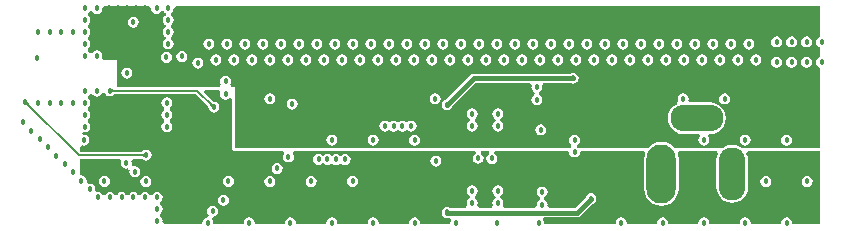
<source format=gbr>
%TF.GenerationSoftware,Altium Limited,Altium Designer,18.1.11 (251)*%
G04 Layer_Physical_Order=3*
G04 Layer_Color=36540*
%FSLAX26Y26*%
%MOIN*%
%TF.FileFunction,Copper,L3,Inr,Signal*%
%TF.Part,Single*%
G01*
G75*
%TA.AperFunction,Conductor*%
%ADD11C,0.007874*%
%ADD35C,0.015748*%
%ADD37C,0.008000*%
%TA.AperFunction,ComponentPad*%
%ADD43O,0.177165X0.088583*%
%ADD44O,0.088583X0.177165*%
%ADD45O,0.098425X0.196850*%
%TA.AperFunction,ViaPad*%
%ADD46C,0.018000*%
G36*
X2961868Y653669D02*
X2960103Y653318D01*
X2954149Y649340D01*
X2950170Y643385D01*
X2948773Y636362D01*
X2950170Y629339D01*
X2954149Y623385D01*
X2960103Y619407D01*
X2961868Y619056D01*
Y585653D01*
X2960103Y585302D01*
X2954149Y581323D01*
X2950170Y575370D01*
X2948773Y568346D01*
X2950170Y561323D01*
X2954149Y555369D01*
X2960103Y551391D01*
X2961868Y551040D01*
Y282480D01*
X2701316D01*
X2695663Y286818D01*
X2682942Y292087D01*
X2669291Y293884D01*
X2655641Y292087D01*
X2642920Y286818D01*
X2637267Y282480D01*
X2477242D01*
X2473875Y286868D01*
X2461924Y296038D01*
X2448006Y301803D01*
X2433071Y303769D01*
X2418135Y301803D01*
X2404218Y296038D01*
X2392266Y286868D01*
X2388900Y282480D01*
X2156800D01*
X2156678Y282662D01*
X2153291Y284925D01*
X2153119Y285405D01*
Y293335D01*
X2153291Y293815D01*
X2156678Y296078D01*
X2160656Y302032D01*
X2162053Y309055D01*
X2160656Y316078D01*
X2156678Y322032D01*
X2150724Y326011D01*
X2143701Y327408D01*
X2136678Y326011D01*
X2130724Y322032D01*
X2126745Y316078D01*
X2125348Y309055D01*
X2126745Y302032D01*
X2130724Y296078D01*
X2131267Y295714D01*
X2131930Y286712D01*
X2127494Y282480D01*
X1011811D01*
Y486954D01*
X998189D01*
X997200Y488160D01*
X994645Y494954D01*
X997271Y498882D01*
X998668Y505906D01*
X997271Y512929D01*
X993292Y518883D01*
X987338Y522861D01*
X980315Y524258D01*
X973292Y522861D01*
X967338Y518883D01*
X963359Y512929D01*
X961962Y505906D01*
X963359Y498882D01*
X965985Y494954D01*
X963430Y488160D01*
X962441Y486954D01*
X618504D01*
Y576023D01*
X572744Y576023D01*
X568240Y583360D01*
X568235Y584023D01*
X569534Y590551D01*
X568137Y597574D01*
X564158Y603528D01*
X558204Y607507D01*
X551181Y608904D01*
X544158Y607507D01*
X538204Y603528D01*
X535941Y600141D01*
X535461Y599970D01*
X527531D01*
X527051Y600141D01*
X524788Y603528D01*
X521401Y605792D01*
X521230Y606271D01*
Y614201D01*
X521401Y614681D01*
X524788Y616944D01*
X528767Y622898D01*
X530164Y629921D01*
X528767Y636944D01*
X524788Y642898D01*
X521401Y645162D01*
X521230Y645641D01*
Y653571D01*
X521401Y654051D01*
X524788Y656314D01*
X528767Y662268D01*
X530164Y669291D01*
X528767Y676314D01*
X524788Y682268D01*
X521401Y684532D01*
X521230Y685011D01*
Y692941D01*
X521401Y693421D01*
X524788Y695684D01*
X528767Y701638D01*
X530164Y708661D01*
X528767Y715684D01*
X524788Y721639D01*
X521401Y723902D01*
X521230Y724381D01*
Y732311D01*
X521401Y732791D01*
X524788Y735054D01*
X527051Y738441D01*
X527531Y738613D01*
X535461D01*
X535941Y738441D01*
X538204Y735054D01*
X544158Y731076D01*
X551181Y729679D01*
X558204Y731076D01*
X564158Y735054D01*
X568137Y741008D01*
X569534Y748031D01*
X569313Y749143D01*
X575630Y757143D01*
X725866D01*
X732183Y749143D01*
X731962Y748031D01*
X733359Y741008D01*
X737338Y735054D01*
X743292Y731076D01*
X750315Y729679D01*
X757338Y731076D01*
X763292Y735054D01*
X765555Y738441D01*
X766035Y738613D01*
X773965D01*
X774445Y738441D01*
X776708Y735054D01*
X780095Y732791D01*
X780266Y732312D01*
Y724381D01*
X780095Y723902D01*
X776708Y721639D01*
X772729Y715684D01*
X771332Y708661D01*
X772729Y701638D01*
X776708Y695684D01*
X780095Y693421D01*
X780266Y692942D01*
Y685011D01*
X780095Y684532D01*
X776708Y682269D01*
X772729Y676314D01*
X771332Y669291D01*
X772729Y662268D01*
X776708Y656314D01*
X780095Y654051D01*
X780266Y653571D01*
Y645641D01*
X780095Y645162D01*
X776708Y642898D01*
X772729Y636944D01*
X771332Y629921D01*
X772729Y622898D01*
X776708Y616944D01*
X782662Y612966D01*
X789685Y611569D01*
X796708Y612966D01*
X802662Y616944D01*
X806641Y622898D01*
X808038Y629921D01*
X806641Y636944D01*
X802662Y642898D01*
X799275Y645162D01*
X799104Y645641D01*
Y653571D01*
X799275Y654051D01*
X802662Y656314D01*
X806641Y662268D01*
X808038Y669291D01*
X806641Y676314D01*
X802662Y682269D01*
X799275Y684532D01*
X799104Y685011D01*
Y692942D01*
X799275Y693421D01*
X802662Y695684D01*
X806641Y701638D01*
X808038Y708661D01*
X806641Y715684D01*
X802662Y721639D01*
X799275Y723902D01*
X799104Y724381D01*
Y732312D01*
X799275Y732791D01*
X802662Y735054D01*
X806641Y741008D01*
X808038Y748031D01*
X807817Y749143D01*
X814134Y757143D01*
X2961868Y757143D01*
Y653669D01*
D02*
G37*
G36*
X600722Y479603D02*
X601249Y479212D01*
X601826Y478867D01*
X602454Y478568D01*
X603132Y478315D01*
X603861Y478108D01*
X604640Y477947D01*
X605470Y477832D01*
X606350Y477763D01*
X607281Y477740D01*
Y469740D01*
X606350Y469717D01*
X605470Y469648D01*
X604640Y469533D01*
X603861Y469372D01*
X603132Y469165D01*
X602454Y468912D01*
X601826Y468613D01*
X601249Y468268D01*
X600722Y467877D01*
X600246Y467440D01*
Y480040D01*
X600722Y479603D01*
D02*
G37*
G36*
X321724Y436551D02*
X321819Y435888D01*
X321982Y435223D01*
X322213Y434558D01*
X322511Y433892D01*
X322878Y433225D01*
X323312Y432557D01*
X323814Y431887D01*
X324384Y431217D01*
X325022Y430546D01*
X319454Y424978D01*
X318783Y425616D01*
X318113Y426186D01*
X317443Y426688D01*
X316775Y427122D01*
X316108Y427489D01*
X315442Y427787D01*
X314777Y428018D01*
X314112Y428181D01*
X313449Y428276D01*
X312787Y428304D01*
X321696Y437213D01*
X321724Y436551D01*
D02*
G37*
G36*
X934859Y430979D02*
X935529Y430409D01*
X936198Y429906D01*
X936866Y429472D01*
X937534Y429106D01*
X938200Y428807D01*
X938865Y428576D01*
X939529Y428413D01*
X940193Y428318D01*
X940855Y428291D01*
X931945Y419381D01*
X931918Y420044D01*
X931823Y420707D01*
X931660Y421371D01*
X931429Y422036D01*
X931130Y422703D01*
X930764Y423370D01*
X930330Y424038D01*
X929828Y424707D01*
X929258Y425377D01*
X928620Y426049D01*
X934188Y431616D01*
X934859Y430979D01*
D02*
G37*
G36*
X962987Y470168D02*
X963233Y469180D01*
X963240Y469019D01*
X961962Y462599D01*
X963359Y455575D01*
X967338Y449621D01*
X973292Y445643D01*
X980315Y444246D01*
X987338Y445643D01*
X993292Y449621D01*
X993615Y450104D01*
X1001615Y447678D01*
Y282480D01*
X1002391Y278579D01*
X1004601Y275271D01*
X1007909Y273060D01*
X1011811Y272284D01*
X1172340D01*
X1173916Y270127D01*
X1175884Y264284D01*
X1173005Y259976D01*
X1171608Y252953D01*
X1173005Y245929D01*
X1176983Y239976D01*
X1182937Y235997D01*
X1189961Y234600D01*
X1196984Y235997D01*
X1202938Y239976D01*
X1206916Y245929D01*
X1208313Y252953D01*
X1206916Y259976D01*
X1204037Y264284D01*
X1206005Y270127D01*
X1207581Y272284D01*
X1813318D01*
X1814398Y269154D01*
X1814648Y264284D01*
X1809857Y261083D01*
X1805879Y255129D01*
X1804482Y248106D01*
X1805879Y241083D01*
X1809857Y235129D01*
X1815811Y231150D01*
X1822835Y229753D01*
X1829858Y231150D01*
X1835812Y235129D01*
X1839790Y241083D01*
X1841187Y248106D01*
X1839790Y255129D01*
X1835812Y261083D01*
X1831021Y264284D01*
X1831271Y269154D01*
X1832352Y272284D01*
X1858705D01*
X1859958Y268444D01*
X1860035Y264284D01*
X1855133Y261009D01*
X1851155Y255055D01*
X1849758Y248032D01*
X1851155Y241008D01*
X1855133Y235054D01*
X1861087Y231076D01*
X1868110Y229679D01*
X1875133Y231076D01*
X1881087Y235054D01*
X1885066Y241008D01*
X1886463Y248032D01*
X1885066Y255055D01*
X1881087Y261009D01*
X1876185Y264284D01*
X1876262Y268444D01*
X1877516Y272284D01*
X2123215D01*
X2125348Y269685D01*
X2126745Y262662D01*
X2130724Y256708D01*
X2136678Y252729D01*
X2143701Y251332D01*
X2150724Y252729D01*
X2156678Y256708D01*
X2160656Y262662D01*
X2162053Y269685D01*
X2164187Y272284D01*
X2374806D01*
X2379250Y265633D01*
X2377331Y260998D01*
X2375365Y246063D01*
Y147638D01*
X2377331Y132702D01*
X2383096Y118785D01*
X2392266Y106833D01*
X2404218Y97663D01*
X2418135Y91898D01*
X2433071Y89931D01*
X2448006Y91898D01*
X2461924Y97663D01*
X2473875Y106833D01*
X2483046Y118785D01*
X2488811Y132702D01*
X2490777Y147638D01*
Y246063D01*
X2488811Y260998D01*
X2486891Y265633D01*
X2491336Y272284D01*
X2617934D01*
X2622278Y264284D01*
X2618346Y254793D01*
X2616549Y241142D01*
Y152559D01*
X2618346Y138908D01*
X2623615Y126188D01*
X2631997Y115264D01*
X2642920Y106883D01*
X2655641Y101614D01*
X2669291Y99817D01*
X2682942Y101614D01*
X2695663Y106883D01*
X2706586Y115264D01*
X2714968Y126188D01*
X2720237Y138908D01*
X2722034Y152559D01*
Y241142D01*
X2720237Y254793D01*
X2716305Y264284D01*
X2720649Y272284D01*
X2961868D01*
Y30258D01*
X2871379D01*
X2868747Y33465D01*
X2867350Y40488D01*
X2863372Y46442D01*
X2857418Y50420D01*
X2850394Y51817D01*
X2843371Y50420D01*
X2837417Y46442D01*
X2833439Y40488D01*
X2832042Y33465D01*
X2829410Y30258D01*
X2733583D01*
X2730952Y33465D01*
X2729555Y40488D01*
X2725576Y46442D01*
X2719622Y50420D01*
X2712599Y51817D01*
X2705576Y50420D01*
X2699622Y46442D01*
X2695644Y40488D01*
X2694247Y33465D01*
X2691615Y30258D01*
X2595788Y30259D01*
X2593157Y33465D01*
X2591760Y40488D01*
X2587781Y46442D01*
X2581827Y50420D01*
X2574804Y51817D01*
X2567781Y50420D01*
X2561827Y46442D01*
X2557848Y40488D01*
X2556451Y33465D01*
X2553820Y30259D01*
X2457993D01*
X2455361Y33465D01*
X2453964Y40488D01*
X2449986Y46442D01*
X2444032Y50420D01*
X2437009Y51817D01*
X2429985Y50420D01*
X2424031Y46442D01*
X2420053Y40488D01*
X2418656Y33465D01*
X2416025Y30259D01*
X2320197D01*
X2317566Y33465D01*
X2316169Y40488D01*
X2312191Y46442D01*
X2306236Y50420D01*
X2299213Y51817D01*
X2292190Y50420D01*
X2286236Y46442D01*
X2282258Y40488D01*
X2280861Y33465D01*
X2278229Y30259D01*
X2044607Y30259D01*
X2041975Y33465D01*
X2040578Y40488D01*
X2038603Y43445D01*
X2042416Y51445D01*
X2151291D01*
X2157485Y52677D01*
X2162736Y56185D01*
X2203497Y96947D01*
X2204858Y97218D01*
X2210812Y101196D01*
X2214790Y107150D01*
X2216187Y114173D01*
X2214790Y121196D01*
X2210812Y127150D01*
X2204858Y131129D01*
X2197835Y132526D01*
X2190811Y131129D01*
X2184858Y127150D01*
X2180879Y121196D01*
X2180608Y119836D01*
X2144587Y83815D01*
X2059497D01*
X2053450Y91815D01*
X2053786Y93504D01*
X2052389Y100527D01*
X2048410Y106481D01*
X2043298Y109897D01*
X2042848Y114173D01*
X2043298Y118449D01*
X2048410Y121865D01*
X2052389Y127819D01*
X2053786Y134842D01*
X2052389Y141865D01*
X2048410Y147819D01*
X2042456Y151798D01*
X2035433Y153195D01*
X2028410Y151798D01*
X2022456Y147819D01*
X2018478Y141865D01*
X2017081Y134842D01*
X2018478Y127819D01*
X2022456Y121865D01*
X2027569Y118449D01*
X2028019Y114173D01*
X2027569Y109897D01*
X2022456Y106481D01*
X2018478Y100527D01*
X2017081Y93504D01*
X2017417Y91815D01*
X2011370Y83815D01*
X1908645D01*
X1904369Y91815D01*
X1904751Y92386D01*
X1906148Y99410D01*
X1904751Y106433D01*
X1900773Y112387D01*
X1895660Y115803D01*
X1895210Y120079D01*
X1895660Y124355D01*
X1900773Y127771D01*
X1904751Y133725D01*
X1906148Y140748D01*
X1904751Y147771D01*
X1900773Y153725D01*
X1894819Y157704D01*
X1887795Y159101D01*
X1880772Y157704D01*
X1874818Y153725D01*
X1870840Y147771D01*
X1869443Y140748D01*
X1870840Y133725D01*
X1874818Y127771D01*
X1879931Y124355D01*
X1880381Y120079D01*
X1879931Y115803D01*
X1874818Y112387D01*
X1870840Y106433D01*
X1869443Y99410D01*
X1870840Y92386D01*
X1871222Y91815D01*
X1866946Y83815D01*
X1824000D01*
X1819724Y91815D01*
X1820105Y92386D01*
X1821502Y99409D01*
X1820105Y106433D01*
X1816127Y112387D01*
X1811014Y115803D01*
X1810564Y120079D01*
X1811014Y124354D01*
X1816127Y127770D01*
X1820105Y133725D01*
X1821502Y140748D01*
X1820105Y147771D01*
X1816127Y153725D01*
X1810173Y157703D01*
X1803150Y159100D01*
X1796127Y157703D01*
X1790173Y153725D01*
X1786194Y147771D01*
X1784797Y140748D01*
X1786194Y133725D01*
X1790173Y127770D01*
X1795285Y124354D01*
X1795735Y120079D01*
X1795285Y115803D01*
X1790173Y112387D01*
X1786194Y106433D01*
X1784797Y99409D01*
X1786194Y92386D01*
X1786576Y91815D01*
X1782300Y83815D01*
X1728090D01*
X1726512Y84869D01*
X1719488Y86266D01*
X1712465Y84869D01*
X1706511Y80891D01*
X1702533Y74937D01*
X1701136Y67914D01*
X1702533Y60891D01*
X1706511Y54937D01*
X1712465Y50958D01*
X1719488Y49561D01*
X1726511Y50958D01*
X1732108Y45426D01*
X1733052Y43445D01*
X1731076Y40488D01*
X1729679Y33465D01*
X1727048Y30259D01*
X1631221D01*
X1628589Y33465D01*
X1627192Y40488D01*
X1623214Y46442D01*
X1617260Y50420D01*
X1610237Y51817D01*
X1603214Y50420D01*
X1597260Y46442D01*
X1593281Y40488D01*
X1591884Y33465D01*
X1589253Y30259D01*
X1493425D01*
X1490794Y33465D01*
X1489397Y40488D01*
X1485419Y46442D01*
X1479465Y50420D01*
X1472441Y51817D01*
X1465418Y50420D01*
X1459464Y46442D01*
X1455486Y40488D01*
X1454089Y33465D01*
X1451458Y30259D01*
X1355630Y30259D01*
X1352999Y33465D01*
X1351602Y40488D01*
X1347623Y46442D01*
X1341669Y50420D01*
X1334646Y51817D01*
X1327623Y50420D01*
X1321669Y46442D01*
X1317691Y40488D01*
X1316294Y33465D01*
X1313662Y30259D01*
X1217835D01*
X1215204Y33465D01*
X1213806Y40488D01*
X1209828Y46442D01*
X1203874Y50420D01*
X1196851Y51817D01*
X1189828Y50420D01*
X1183874Y46442D01*
X1179895Y40488D01*
X1178498Y33465D01*
X1175867Y30259D01*
X1080039D01*
X1077408Y33465D01*
X1076011Y40488D01*
X1072033Y46442D01*
X1066079Y50420D01*
X1059056Y51817D01*
X1052032Y50420D01*
X1046078Y46442D01*
X1042100Y40488D01*
X1040703Y33465D01*
X1038072Y30259D01*
X942244D01*
X939613Y33465D01*
X938216Y40488D01*
X934661Y45808D01*
X935937Y50059D01*
X937832Y53662D01*
X944031Y54895D01*
X949985Y58873D01*
X953963Y64827D01*
X955360Y71850D01*
X953963Y78874D01*
X949985Y84828D01*
X944031Y88806D01*
X937008Y90203D01*
X929985Y88806D01*
X924031Y84828D01*
X920052Y78874D01*
X918655Y71850D01*
X920052Y64827D01*
X923607Y59507D01*
X922332Y55256D01*
X920436Y51653D01*
X914237Y50420D01*
X908283Y46442D01*
X904305Y40488D01*
X902908Y33465D01*
X900277Y30259D01*
X776418Y30259D01*
X770100Y38259D01*
X770321Y39370D01*
X768924Y46393D01*
X764946Y52347D01*
X761559Y54611D01*
X761387Y55090D01*
Y63020D01*
X761559Y63500D01*
X764946Y65763D01*
X768924Y71717D01*
X770321Y78740D01*
X768924Y85763D01*
X764946Y91717D01*
X761559Y93981D01*
X761387Y94460D01*
Y102390D01*
X761559Y102870D01*
X764946Y105133D01*
X768924Y111087D01*
X770321Y118110D01*
X768924Y125133D01*
X764946Y131087D01*
X758992Y135066D01*
X751968Y136463D01*
X744945Y135066D01*
X738991Y131087D01*
X736728Y127700D01*
X736249Y127529D01*
X728318D01*
X727839Y127700D01*
X725576Y131087D01*
X719622Y135066D01*
X712598Y136463D01*
X705575Y135066D01*
X699621Y131087D01*
X697358Y127700D01*
X696879Y127529D01*
X688948D01*
X688469Y127700D01*
X686206Y131087D01*
X680252Y135066D01*
X673228Y136463D01*
X666205Y135066D01*
X660251Y131087D01*
X657988Y127700D01*
X657508Y127529D01*
X649578D01*
X649099Y127700D01*
X646836Y131087D01*
X640881Y135066D01*
X633858Y136463D01*
X626835Y135066D01*
X620881Y131087D01*
X618618Y127700D01*
X618138Y127529D01*
X610208D01*
X609729Y127700D01*
X607465Y131087D01*
X601511Y135066D01*
X594488Y136463D01*
X587465Y135066D01*
X581511Y131087D01*
X579248Y127700D01*
X578768Y127529D01*
X570838D01*
X570359Y127700D01*
X568095Y131087D01*
X562141Y135066D01*
X555118Y136463D01*
X551123Y135668D01*
X550662Y135886D01*
X545055Y141493D01*
X544837Y141954D01*
X545632Y145949D01*
X544235Y152972D01*
X540256Y158926D01*
X534302Y162905D01*
X527279Y164302D01*
X523284Y163507D01*
X522824Y163725D01*
X517216Y169332D01*
X516998Y169793D01*
X517793Y173788D01*
X516396Y180811D01*
X512418Y186765D01*
X506464Y190744D01*
X499440Y192141D01*
X495394Y195462D01*
Y246392D01*
X627763D01*
X631976Y240285D01*
X632469Y238392D01*
X631254Y232284D01*
X632651Y225260D01*
X636629Y219306D01*
X642583Y215328D01*
X649606Y213931D01*
X654174Y214839D01*
X656050Y213702D01*
X659627Y210025D01*
X660459Y208554D01*
X659502Y203740D01*
X660899Y196717D01*
X664877Y190763D01*
X670831Y186785D01*
X677854Y185388D01*
X684878Y186785D01*
X690832Y190763D01*
X694810Y196717D01*
X696207Y203740D01*
X694810Y210763D01*
X690832Y216717D01*
X684878Y220696D01*
X677854Y222093D01*
X673287Y221184D01*
X671410Y222322D01*
X667833Y225998D01*
X667001Y227470D01*
X667959Y232284D01*
X666744Y238392D01*
X667237Y240285D01*
X671449Y246392D01*
X702331D01*
X702869Y245586D01*
X708823Y241607D01*
X715846Y240210D01*
X722870Y241607D01*
X728824Y245586D01*
X732802Y251540D01*
X734199Y258563D01*
X732802Y265586D01*
X728824Y271540D01*
X722870Y275519D01*
X715846Y276916D01*
X708823Y275519D01*
X702869Y271540D01*
X702331Y270734D01*
X496478D01*
X495394Y271818D01*
Y286857D01*
X503394Y291594D01*
X507874Y290703D01*
X514898Y292100D01*
X520852Y296078D01*
X524830Y302032D01*
X526227Y309055D01*
X524830Y316079D01*
X520852Y322033D01*
X514898Y326011D01*
X507875Y327408D01*
X502854Y332212D01*
X509170Y336503D01*
X511811Y335978D01*
X518834Y337375D01*
X524788Y341353D01*
X528767Y347307D01*
X530164Y354331D01*
X528767Y361354D01*
X524788Y367308D01*
X521401Y369571D01*
X521230Y370051D01*
Y377981D01*
X521401Y378460D01*
X524788Y380724D01*
X528767Y386678D01*
X530164Y393701D01*
X528767Y400724D01*
X524788Y406678D01*
X521401Y408941D01*
X521230Y409421D01*
Y417351D01*
X521401Y417830D01*
X524788Y420094D01*
X528767Y426048D01*
X530164Y433071D01*
X528767Y440094D01*
X524788Y446048D01*
X521401Y448311D01*
X521230Y448791D01*
Y456721D01*
X521401Y457200D01*
X524788Y459464D01*
X527052Y462851D01*
X527531Y463022D01*
X535461Y463022D01*
X535941Y462851D01*
X538204Y459464D01*
X544158Y455485D01*
X551181Y454088D01*
X558204Y455485D01*
X564158Y459464D01*
X568137Y465418D01*
X568551Y467500D01*
X576707D01*
X576863Y466717D01*
X580842Y460763D01*
X586796Y456784D01*
X593819Y455387D01*
X600842Y456784D01*
X606796Y460763D01*
X607292Y461505D01*
X786585D01*
X786908Y461569D01*
X881455D01*
X922782Y420243D01*
X922592Y419291D01*
X923989Y412268D01*
X927968Y406314D01*
X933922Y402336D01*
X940945Y400939D01*
X947968Y402336D01*
X953922Y406314D01*
X957900Y412268D01*
X959298Y419291D01*
X957900Y426315D01*
X953922Y432269D01*
X947968Y436247D01*
X940945Y437644D01*
X939994Y437455D01*
X908082Y469366D01*
X911144Y476758D01*
X958506D01*
X962987Y470168D01*
D02*
G37*
G36*
X709419Y252263D02*
X708932Y252712D01*
X708395Y253114D01*
X707811Y253468D01*
X707177Y253775D01*
X706495Y254035D01*
X705764Y254248D01*
X704984Y254413D01*
X704156Y254531D01*
X703279Y254602D01*
X702353Y254626D01*
Y262500D01*
X703279Y262524D01*
X704156Y262594D01*
X704984Y262713D01*
X705764Y262878D01*
X706495Y263091D01*
X707177Y263351D01*
X707811Y263658D01*
X708395Y264012D01*
X708932Y264414D01*
X709419Y264863D01*
Y252263D01*
D02*
G37*
%LPC*%
G36*
X673228Y721109D02*
X666205Y719712D01*
X660251Y715733D01*
X656273Y709779D01*
X654876Y702756D01*
X656273Y695733D01*
X660251Y689779D01*
X666205Y685800D01*
X673228Y684403D01*
X680251Y685800D01*
X686206Y689779D01*
X690184Y695733D01*
X691581Y702756D01*
X690184Y709779D01*
X686206Y715733D01*
X680251Y719712D01*
X673228Y721109D01*
D02*
G37*
G36*
X2917126Y654715D02*
X2910103Y653318D01*
X2904149Y649340D01*
X2900170Y643385D01*
X2898773Y636362D01*
X2900170Y629339D01*
X2904149Y623385D01*
X2910103Y619407D01*
X2917126Y618010D01*
X2924149Y619407D01*
X2930103Y623385D01*
X2934082Y629339D01*
X2935479Y636362D01*
X2934082Y643385D01*
X2930103Y649340D01*
X2924149Y653318D01*
X2917126Y654715D01*
D02*
G37*
G36*
X2867126D02*
X2860103Y653318D01*
X2854149Y649340D01*
X2850171Y643385D01*
X2848774Y636362D01*
X2850171Y629339D01*
X2854149Y623385D01*
X2860103Y619407D01*
X2867126Y618010D01*
X2874149Y619407D01*
X2880103Y623385D01*
X2884082Y629339D01*
X2885479Y636362D01*
X2884082Y643385D01*
X2880103Y649340D01*
X2874149Y653318D01*
X2867126Y654715D01*
D02*
G37*
G36*
X2817126D02*
X2810103Y653318D01*
X2804149Y649340D01*
X2800171Y643385D01*
X2798774Y636362D01*
X2800171Y629339D01*
X2804149Y623385D01*
X2810103Y619407D01*
X2817126Y618010D01*
X2824150Y619407D01*
X2830104Y623385D01*
X2834082Y629339D01*
X2835479Y636362D01*
X2834082Y643385D01*
X2830104Y649340D01*
X2824150Y653318D01*
X2817126Y654715D01*
D02*
G37*
G36*
X2724578Y646969D02*
X2717555Y645572D01*
X2711601Y641594D01*
X2707622Y635640D01*
X2706225Y628616D01*
X2707622Y621593D01*
X2711601Y615639D01*
X2717555Y611661D01*
X2724578Y610264D01*
X2731601Y611661D01*
X2737555Y615639D01*
X2741533Y621593D01*
X2742930Y628616D01*
X2741533Y635640D01*
X2737555Y641594D01*
X2731601Y645572D01*
X2724578Y646969D01*
D02*
G37*
G36*
X2664578D02*
X2657555Y645572D01*
X2651601Y641594D01*
X2647622Y635640D01*
X2646225Y628616D01*
X2647622Y621593D01*
X2651601Y615639D01*
X2657555Y611661D01*
X2664578Y610264D01*
X2671601Y611661D01*
X2677555Y615639D01*
X2681533Y621593D01*
X2682930Y628616D01*
X2681533Y635640D01*
X2677555Y641594D01*
X2671601Y645572D01*
X2664578Y646969D01*
D02*
G37*
G36*
X2604578D02*
X2597555Y645572D01*
X2591601Y641594D01*
X2587622Y635640D01*
X2586225Y628616D01*
X2587622Y621593D01*
X2591601Y615639D01*
X2597555Y611661D01*
X2604578Y610264D01*
X2611601Y611661D01*
X2617555Y615639D01*
X2621533Y621593D01*
X2622930Y628616D01*
X2621533Y635640D01*
X2617555Y641594D01*
X2611601Y645572D01*
X2604578Y646969D01*
D02*
G37*
G36*
X2544578D02*
X2537555Y645572D01*
X2531601Y641594D01*
X2527622Y635640D01*
X2526225Y628616D01*
X2527622Y621593D01*
X2531601Y615639D01*
X2537555Y611661D01*
X2544578Y610264D01*
X2551601Y611661D01*
X2557555Y615639D01*
X2561533Y621593D01*
X2562930Y628616D01*
X2561533Y635640D01*
X2557555Y641594D01*
X2551601Y645572D01*
X2544578Y646969D01*
D02*
G37*
G36*
X2484578D02*
X2477555Y645572D01*
X2471601Y641594D01*
X2467622Y635640D01*
X2466225Y628616D01*
X2467622Y621593D01*
X2471601Y615639D01*
X2477555Y611661D01*
X2484578Y610264D01*
X2491601Y611661D01*
X2497555Y615639D01*
X2501533Y621593D01*
X2502930Y628616D01*
X2501533Y635640D01*
X2497555Y641594D01*
X2491601Y645572D01*
X2484578Y646969D01*
D02*
G37*
G36*
X2424578D02*
X2417555Y645572D01*
X2411601Y641594D01*
X2407622Y635640D01*
X2406225Y628616D01*
X2407622Y621593D01*
X2411601Y615639D01*
X2417555Y611661D01*
X2424578Y610264D01*
X2431601Y611661D01*
X2437555Y615639D01*
X2441533Y621593D01*
X2442930Y628616D01*
X2441533Y635640D01*
X2437555Y641594D01*
X2431601Y645572D01*
X2424578Y646969D01*
D02*
G37*
G36*
X2364578D02*
X2357555Y645572D01*
X2351601Y641594D01*
X2347622Y635640D01*
X2346225Y628616D01*
X2347622Y621593D01*
X2351601Y615639D01*
X2357555Y611661D01*
X2364578Y610264D01*
X2371601Y611661D01*
X2377555Y615639D01*
X2381533Y621593D01*
X2382930Y628616D01*
X2381533Y635640D01*
X2377555Y641594D01*
X2371601Y645572D01*
X2364578Y646969D01*
D02*
G37*
G36*
X2304578D02*
X2297555Y645572D01*
X2291601Y641594D01*
X2287622Y635640D01*
X2286225Y628616D01*
X2287622Y621593D01*
X2291601Y615639D01*
X2297555Y611661D01*
X2304578Y610264D01*
X2311601Y611661D01*
X2317555Y615639D01*
X2321533Y621593D01*
X2322930Y628616D01*
X2321533Y635640D01*
X2317555Y641594D01*
X2311601Y645572D01*
X2304578Y646969D01*
D02*
G37*
G36*
X2244578D02*
X2237555Y645572D01*
X2231601Y641594D01*
X2227622Y635640D01*
X2226225Y628616D01*
X2227622Y621593D01*
X2231601Y615639D01*
X2237555Y611661D01*
X2244578Y610264D01*
X2251601Y611661D01*
X2257555Y615639D01*
X2261533Y621593D01*
X2262930Y628616D01*
X2261533Y635640D01*
X2257555Y641594D01*
X2251601Y645572D01*
X2244578Y646969D01*
D02*
G37*
G36*
X2184578D02*
X2177555Y645572D01*
X2171601Y641594D01*
X2167622Y635640D01*
X2166225Y628616D01*
X2167622Y621593D01*
X2171601Y615639D01*
X2177555Y611661D01*
X2184578Y610264D01*
X2191601Y611661D01*
X2197555Y615639D01*
X2201533Y621593D01*
X2202930Y628616D01*
X2201533Y635640D01*
X2197555Y641594D01*
X2191601Y645572D01*
X2184578Y646969D01*
D02*
G37*
G36*
X2124578D02*
X2117555Y645572D01*
X2111601Y641594D01*
X2107622Y635640D01*
X2106225Y628616D01*
X2107622Y621593D01*
X2111601Y615639D01*
X2117555Y611661D01*
X2124578Y610264D01*
X2131601Y611661D01*
X2137555Y615639D01*
X2141533Y621593D01*
X2142930Y628616D01*
X2141533Y635640D01*
X2137555Y641594D01*
X2131601Y645572D01*
X2124578Y646969D01*
D02*
G37*
G36*
X2064578D02*
X2057555Y645572D01*
X2051601Y641594D01*
X2047622Y635640D01*
X2046225Y628616D01*
X2047622Y621593D01*
X2051601Y615639D01*
X2057555Y611661D01*
X2064578Y610264D01*
X2071601Y611661D01*
X2077555Y615639D01*
X2081533Y621593D01*
X2082930Y628616D01*
X2081533Y635640D01*
X2077555Y641594D01*
X2071601Y645572D01*
X2064578Y646969D01*
D02*
G37*
G36*
X2004578D02*
X1997555Y645572D01*
X1991601Y641594D01*
X1987622Y635640D01*
X1986225Y628616D01*
X1987622Y621593D01*
X1991601Y615639D01*
X1997555Y611661D01*
X2004578Y610264D01*
X2011601Y611661D01*
X2017555Y615639D01*
X2021533Y621593D01*
X2022930Y628616D01*
X2021533Y635640D01*
X2017555Y641594D01*
X2011601Y645572D01*
X2004578Y646969D01*
D02*
G37*
G36*
X1944578D02*
X1937555Y645572D01*
X1931601Y641594D01*
X1927622Y635640D01*
X1926225Y628616D01*
X1927622Y621593D01*
X1931601Y615639D01*
X1937555Y611661D01*
X1944578Y610264D01*
X1951601Y611661D01*
X1957555Y615639D01*
X1961533Y621593D01*
X1962930Y628616D01*
X1961533Y635640D01*
X1957555Y641594D01*
X1951601Y645572D01*
X1944578Y646969D01*
D02*
G37*
G36*
X1884578D02*
X1877555Y645572D01*
X1871601Y641594D01*
X1867622Y635640D01*
X1866225Y628616D01*
X1867622Y621593D01*
X1871601Y615639D01*
X1877555Y611661D01*
X1884578Y610264D01*
X1891601Y611661D01*
X1897555Y615639D01*
X1901533Y621593D01*
X1902930Y628616D01*
X1901533Y635640D01*
X1897555Y641594D01*
X1891601Y645572D01*
X1884578Y646969D01*
D02*
G37*
G36*
X1824578D02*
X1817555Y645572D01*
X1811601Y641594D01*
X1807622Y635640D01*
X1806225Y628616D01*
X1807622Y621593D01*
X1811601Y615639D01*
X1817555Y611661D01*
X1824578Y610264D01*
X1831601Y611661D01*
X1837555Y615639D01*
X1841533Y621593D01*
X1842930Y628616D01*
X1841533Y635640D01*
X1837555Y641594D01*
X1831601Y645572D01*
X1824578Y646969D01*
D02*
G37*
G36*
X1764578D02*
X1757555Y645572D01*
X1751601Y641594D01*
X1747622Y635640D01*
X1746225Y628616D01*
X1747622Y621593D01*
X1751601Y615639D01*
X1757555Y611661D01*
X1764578Y610264D01*
X1771601Y611661D01*
X1777555Y615639D01*
X1781533Y621593D01*
X1782930Y628616D01*
X1781533Y635640D01*
X1777555Y641594D01*
X1771601Y645572D01*
X1764578Y646969D01*
D02*
G37*
G36*
X1704578D02*
X1697555Y645572D01*
X1691601Y641594D01*
X1687622Y635640D01*
X1686225Y628616D01*
X1687622Y621593D01*
X1691601Y615639D01*
X1697555Y611661D01*
X1704578Y610264D01*
X1711601Y611661D01*
X1717555Y615639D01*
X1721533Y621593D01*
X1722930Y628616D01*
X1721533Y635640D01*
X1717555Y641594D01*
X1711601Y645572D01*
X1704578Y646969D01*
D02*
G37*
G36*
X1644578D02*
X1637555Y645572D01*
X1631601Y641594D01*
X1627622Y635640D01*
X1626225Y628616D01*
X1627622Y621593D01*
X1631601Y615639D01*
X1637555Y611661D01*
X1644578Y610264D01*
X1651601Y611661D01*
X1657555Y615639D01*
X1661533Y621593D01*
X1662930Y628616D01*
X1661533Y635640D01*
X1657555Y641594D01*
X1651601Y645572D01*
X1644578Y646969D01*
D02*
G37*
G36*
X1584578D02*
X1577555Y645572D01*
X1571601Y641594D01*
X1567622Y635640D01*
X1566225Y628616D01*
X1567622Y621593D01*
X1571601Y615639D01*
X1577555Y611661D01*
X1584578Y610264D01*
X1591601Y611661D01*
X1597555Y615639D01*
X1601533Y621593D01*
X1602930Y628616D01*
X1601533Y635640D01*
X1597555Y641594D01*
X1591601Y645572D01*
X1584578Y646969D01*
D02*
G37*
G36*
X1524578D02*
X1517555Y645572D01*
X1511601Y641594D01*
X1507622Y635640D01*
X1506225Y628616D01*
X1507622Y621593D01*
X1511601Y615639D01*
X1517555Y611661D01*
X1524578Y610264D01*
X1531601Y611661D01*
X1537555Y615639D01*
X1541533Y621593D01*
X1542930Y628616D01*
X1541533Y635640D01*
X1537555Y641594D01*
X1531601Y645572D01*
X1524578Y646969D01*
D02*
G37*
G36*
X1464578D02*
X1457555Y645572D01*
X1451601Y641594D01*
X1447622Y635640D01*
X1446225Y628616D01*
X1447622Y621593D01*
X1451601Y615639D01*
X1457555Y611661D01*
X1464578Y610264D01*
X1471601Y611661D01*
X1477555Y615639D01*
X1481533Y621593D01*
X1482930Y628616D01*
X1481533Y635640D01*
X1477555Y641594D01*
X1471601Y645572D01*
X1464578Y646969D01*
D02*
G37*
G36*
X1404578D02*
X1397555Y645572D01*
X1391601Y641594D01*
X1387622Y635640D01*
X1386225Y628616D01*
X1387622Y621593D01*
X1391601Y615639D01*
X1397555Y611661D01*
X1404578Y610264D01*
X1411601Y611661D01*
X1417555Y615639D01*
X1421533Y621593D01*
X1422930Y628616D01*
X1421533Y635640D01*
X1417555Y641594D01*
X1411601Y645572D01*
X1404578Y646969D01*
D02*
G37*
G36*
X1344578D02*
X1337555Y645572D01*
X1331601Y641594D01*
X1327622Y635640D01*
X1326225Y628616D01*
X1327622Y621593D01*
X1331601Y615639D01*
X1337555Y611661D01*
X1344578Y610264D01*
X1351601Y611661D01*
X1357555Y615639D01*
X1361533Y621593D01*
X1362930Y628616D01*
X1361533Y635640D01*
X1357555Y641594D01*
X1351601Y645572D01*
X1344578Y646969D01*
D02*
G37*
G36*
X1284578D02*
X1277555Y645572D01*
X1271601Y641594D01*
X1267622Y635640D01*
X1266225Y628616D01*
X1267622Y621593D01*
X1271601Y615639D01*
X1277555Y611661D01*
X1284578Y610264D01*
X1291601Y611661D01*
X1297555Y615639D01*
X1301533Y621593D01*
X1302930Y628616D01*
X1301533Y635640D01*
X1297555Y641594D01*
X1291601Y645572D01*
X1284578Y646969D01*
D02*
G37*
G36*
X1224578D02*
X1217555Y645572D01*
X1211601Y641594D01*
X1207622Y635640D01*
X1206225Y628616D01*
X1207622Y621593D01*
X1211601Y615639D01*
X1217555Y611661D01*
X1224578Y610264D01*
X1231601Y611661D01*
X1237555Y615639D01*
X1241533Y621593D01*
X1242930Y628616D01*
X1241533Y635640D01*
X1237555Y641594D01*
X1231601Y645572D01*
X1224578Y646969D01*
D02*
G37*
G36*
X1164578D02*
X1157555Y645572D01*
X1151601Y641594D01*
X1147622Y635640D01*
X1146225Y628616D01*
X1147622Y621593D01*
X1151601Y615639D01*
X1157555Y611661D01*
X1164578Y610264D01*
X1171601Y611661D01*
X1177555Y615639D01*
X1181533Y621593D01*
X1182930Y628616D01*
X1181533Y635640D01*
X1177555Y641594D01*
X1171601Y645572D01*
X1164578Y646969D01*
D02*
G37*
G36*
X1104578D02*
X1097555Y645572D01*
X1091601Y641594D01*
X1087622Y635640D01*
X1086225Y628616D01*
X1087622Y621593D01*
X1091601Y615639D01*
X1097555Y611661D01*
X1104578Y610264D01*
X1111601Y611661D01*
X1117555Y615639D01*
X1121533Y621593D01*
X1122930Y628616D01*
X1121533Y635640D01*
X1117555Y641594D01*
X1111601Y645572D01*
X1104578Y646969D01*
D02*
G37*
G36*
X1044578D02*
X1037555Y645572D01*
X1031601Y641594D01*
X1027622Y635640D01*
X1026225Y628616D01*
X1027622Y621593D01*
X1031601Y615639D01*
X1037555Y611661D01*
X1044578Y610264D01*
X1051601Y611661D01*
X1057555Y615639D01*
X1061533Y621593D01*
X1062930Y628616D01*
X1061533Y635640D01*
X1057555Y641594D01*
X1051601Y645572D01*
X1044578Y646969D01*
D02*
G37*
G36*
X984578D02*
X977555Y645572D01*
X971601Y641594D01*
X967622Y635640D01*
X966225Y628616D01*
X967622Y621593D01*
X971601Y615639D01*
X977555Y611661D01*
X984578Y610264D01*
X991601Y611661D01*
X997555Y615639D01*
X1001533Y621593D01*
X1002930Y628616D01*
X1001533Y635640D01*
X997555Y641594D01*
X991601Y645572D01*
X984578Y646969D01*
D02*
G37*
G36*
X924578D02*
X917555Y645572D01*
X911601Y641594D01*
X907622Y635640D01*
X906225Y628616D01*
X907622Y621593D01*
X911601Y615639D01*
X917555Y611661D01*
X924578Y610264D01*
X931601Y611661D01*
X937555Y615639D01*
X941533Y621593D01*
X942930Y628616D01*
X941533Y635640D01*
X937555Y641594D01*
X931601Y645572D01*
X924578Y646969D01*
D02*
G37*
G36*
X834152Y606169D02*
X827129Y604772D01*
X821175Y600794D01*
X817196Y594840D01*
X815799Y587817D01*
X817196Y580793D01*
X821175Y574840D01*
X827129Y570861D01*
X834152Y569464D01*
X841175Y570861D01*
X847129Y574840D01*
X851107Y580793D01*
X852505Y587817D01*
X851107Y594840D01*
X847129Y600794D01*
X841175Y604772D01*
X834152Y606169D01*
D02*
G37*
G36*
X783465Y602999D02*
X776442Y601602D01*
X770488Y597623D01*
X766509Y591669D01*
X765112Y584646D01*
X766509Y577623D01*
X770488Y571669D01*
X776442Y567690D01*
X783465Y566293D01*
X790488Y567690D01*
X796442Y571669D01*
X800421Y577623D01*
X801818Y584646D01*
X800421Y591669D01*
X796442Y597623D01*
X790488Y601602D01*
X783465Y602999D01*
D02*
G37*
G36*
X2747393Y594460D02*
X2740370Y593063D01*
X2734416Y589085D01*
X2730438Y583131D01*
X2729041Y576108D01*
X2730438Y569085D01*
X2734416Y563130D01*
X2740370Y559152D01*
X2747393Y557755D01*
X2754416Y559152D01*
X2760370Y563130D01*
X2764349Y569085D01*
X2765746Y576108D01*
X2764349Y583131D01*
X2760370Y589085D01*
X2754416Y593063D01*
X2747393Y594460D01*
D02*
G37*
G36*
X2687393D02*
X2680370Y593063D01*
X2674416Y589085D01*
X2670438Y583131D01*
X2669041Y576108D01*
X2670438Y569085D01*
X2674416Y563130D01*
X2680370Y559152D01*
X2687393Y557755D01*
X2694416Y559152D01*
X2700370Y563130D01*
X2704349Y569085D01*
X2705746Y576108D01*
X2704349Y583131D01*
X2700370Y589085D01*
X2694416Y593063D01*
X2687393Y594460D01*
D02*
G37*
G36*
X2627393D02*
X2620370Y593063D01*
X2614416Y589085D01*
X2610438Y583131D01*
X2609041Y576108D01*
X2610438Y569085D01*
X2614416Y563130D01*
X2620370Y559152D01*
X2627393Y557755D01*
X2634416Y559152D01*
X2640370Y563130D01*
X2644349Y569085D01*
X2645746Y576108D01*
X2644349Y583131D01*
X2640370Y589085D01*
X2634416Y593063D01*
X2627393Y594460D01*
D02*
G37*
G36*
X2567393D02*
X2560370Y593063D01*
X2554416Y589085D01*
X2550438Y583131D01*
X2549041Y576108D01*
X2550438Y569085D01*
X2554416Y563130D01*
X2560370Y559152D01*
X2567393Y557755D01*
X2574416Y559152D01*
X2580370Y563130D01*
X2584349Y569085D01*
X2585746Y576108D01*
X2584349Y583131D01*
X2580370Y589085D01*
X2574416Y593063D01*
X2567393Y594460D01*
D02*
G37*
G36*
X2507393D02*
X2500370Y593063D01*
X2494416Y589085D01*
X2490438Y583131D01*
X2489041Y576108D01*
X2490438Y569085D01*
X2494416Y563130D01*
X2500370Y559152D01*
X2507393Y557755D01*
X2514416Y559152D01*
X2520370Y563130D01*
X2524349Y569085D01*
X2525746Y576108D01*
X2524349Y583131D01*
X2520370Y589085D01*
X2514416Y593063D01*
X2507393Y594460D01*
D02*
G37*
G36*
X2447393D02*
X2440370Y593063D01*
X2434416Y589085D01*
X2430438Y583131D01*
X2429041Y576108D01*
X2430438Y569085D01*
X2434416Y563130D01*
X2440370Y559152D01*
X2447393Y557755D01*
X2454416Y559152D01*
X2460370Y563130D01*
X2464349Y569085D01*
X2465746Y576108D01*
X2464349Y583131D01*
X2460370Y589085D01*
X2454416Y593063D01*
X2447393Y594460D01*
D02*
G37*
G36*
X2387393D02*
X2380370Y593063D01*
X2374416Y589085D01*
X2370438Y583131D01*
X2369041Y576108D01*
X2370438Y569085D01*
X2374416Y563130D01*
X2380370Y559152D01*
X2387393Y557755D01*
X2394416Y559152D01*
X2400370Y563130D01*
X2404349Y569085D01*
X2405746Y576108D01*
X2404349Y583131D01*
X2400370Y589085D01*
X2394416Y593063D01*
X2387393Y594460D01*
D02*
G37*
G36*
X2327393D02*
X2320370Y593063D01*
X2314416Y589085D01*
X2310438Y583131D01*
X2309041Y576108D01*
X2310438Y569085D01*
X2314416Y563130D01*
X2320370Y559152D01*
X2327393Y557755D01*
X2334416Y559152D01*
X2340370Y563130D01*
X2344349Y569085D01*
X2345746Y576108D01*
X2344349Y583131D01*
X2340370Y589085D01*
X2334416Y593063D01*
X2327393Y594460D01*
D02*
G37*
G36*
X2267393D02*
X2260370Y593063D01*
X2254416Y589085D01*
X2250438Y583131D01*
X2249041Y576108D01*
X2250438Y569085D01*
X2254416Y563130D01*
X2260370Y559152D01*
X2267393Y557755D01*
X2274416Y559152D01*
X2280370Y563130D01*
X2284349Y569085D01*
X2285746Y576108D01*
X2284349Y583131D01*
X2280370Y589085D01*
X2274416Y593063D01*
X2267393Y594460D01*
D02*
G37*
G36*
X2207393D02*
X2200370Y593063D01*
X2194416Y589085D01*
X2190438Y583131D01*
X2189041Y576108D01*
X2190438Y569085D01*
X2194416Y563130D01*
X2200370Y559152D01*
X2207393Y557755D01*
X2214416Y559152D01*
X2220370Y563130D01*
X2224349Y569085D01*
X2225746Y576108D01*
X2224349Y583131D01*
X2220370Y589085D01*
X2214416Y593063D01*
X2207393Y594460D01*
D02*
G37*
G36*
X2147393D02*
X2140370Y593063D01*
X2134416Y589085D01*
X2130438Y583131D01*
X2129041Y576108D01*
X2130438Y569085D01*
X2134416Y563130D01*
X2140370Y559152D01*
X2147393Y557755D01*
X2154416Y559152D01*
X2160370Y563130D01*
X2164349Y569085D01*
X2165746Y576108D01*
X2164349Y583131D01*
X2160370Y589085D01*
X2154416Y593063D01*
X2147393Y594460D01*
D02*
G37*
G36*
X2087393D02*
X2080370Y593063D01*
X2074416Y589085D01*
X2070438Y583131D01*
X2069041Y576108D01*
X2070438Y569085D01*
X2074416Y563130D01*
X2080370Y559152D01*
X2087393Y557755D01*
X2094416Y559152D01*
X2100370Y563130D01*
X2104349Y569085D01*
X2105746Y576108D01*
X2104349Y583131D01*
X2100370Y589085D01*
X2094416Y593063D01*
X2087393Y594460D01*
D02*
G37*
G36*
X2027393D02*
X2020370Y593063D01*
X2014416Y589085D01*
X2010438Y583131D01*
X2009041Y576108D01*
X2010438Y569085D01*
X2014416Y563130D01*
X2020370Y559152D01*
X2027393Y557755D01*
X2034417Y559152D01*
X2040370Y563130D01*
X2044349Y569085D01*
X2045746Y576108D01*
X2044349Y583131D01*
X2040370Y589085D01*
X2034417Y593063D01*
X2027393Y594460D01*
D02*
G37*
G36*
X1967393D02*
X1960370Y593063D01*
X1954416Y589085D01*
X1950438Y583131D01*
X1949041Y576108D01*
X1950438Y569085D01*
X1954416Y563130D01*
X1960370Y559152D01*
X1967393Y557755D01*
X1974417Y559152D01*
X1980370Y563130D01*
X1984349Y569085D01*
X1985746Y576108D01*
X1984349Y583131D01*
X1980370Y589085D01*
X1974417Y593063D01*
X1967393Y594460D01*
D02*
G37*
G36*
X1907393D02*
X1900370Y593063D01*
X1894416Y589085D01*
X1890438Y583131D01*
X1889041Y576108D01*
X1890438Y569085D01*
X1894416Y563130D01*
X1900370Y559152D01*
X1907393Y557755D01*
X1914417Y559152D01*
X1920370Y563130D01*
X1924349Y569085D01*
X1925746Y576108D01*
X1924349Y583131D01*
X1920370Y589085D01*
X1914417Y593063D01*
X1907393Y594460D01*
D02*
G37*
G36*
X1847393D02*
X1840370Y593063D01*
X1834416Y589085D01*
X1830438Y583131D01*
X1829041Y576108D01*
X1830438Y569085D01*
X1834416Y563130D01*
X1840370Y559152D01*
X1847393Y557755D01*
X1854417Y559152D01*
X1860370Y563130D01*
X1864349Y569085D01*
X1865746Y576108D01*
X1864349Y583131D01*
X1860370Y589085D01*
X1854417Y593063D01*
X1847393Y594460D01*
D02*
G37*
G36*
X1787393D02*
X1780370Y593063D01*
X1774416Y589085D01*
X1770438Y583131D01*
X1769041Y576108D01*
X1770438Y569085D01*
X1774416Y563130D01*
X1780370Y559152D01*
X1787393Y557755D01*
X1794417Y559152D01*
X1800370Y563130D01*
X1804349Y569085D01*
X1805746Y576108D01*
X1804349Y583131D01*
X1800370Y589085D01*
X1794417Y593063D01*
X1787393Y594460D01*
D02*
G37*
G36*
X1727393D02*
X1720370Y593063D01*
X1714416Y589085D01*
X1710438Y583131D01*
X1709041Y576108D01*
X1710438Y569085D01*
X1714416Y563130D01*
X1720370Y559152D01*
X1727393Y557755D01*
X1734417Y559152D01*
X1740370Y563130D01*
X1744349Y569085D01*
X1745746Y576108D01*
X1744349Y583131D01*
X1740370Y589085D01*
X1734417Y593063D01*
X1727393Y594460D01*
D02*
G37*
G36*
X1667393D02*
X1660370Y593063D01*
X1654416Y589085D01*
X1650438Y583131D01*
X1649041Y576108D01*
X1650438Y569085D01*
X1654416Y563130D01*
X1660370Y559152D01*
X1667393Y557755D01*
X1674417Y559152D01*
X1680370Y563130D01*
X1684349Y569085D01*
X1685746Y576108D01*
X1684349Y583131D01*
X1680370Y589085D01*
X1674417Y593063D01*
X1667393Y594460D01*
D02*
G37*
G36*
X1607393D02*
X1600370Y593063D01*
X1594416Y589085D01*
X1590438Y583131D01*
X1589041Y576108D01*
X1590438Y569085D01*
X1594416Y563130D01*
X1600370Y559152D01*
X1607393Y557755D01*
X1614417Y559152D01*
X1620370Y563130D01*
X1624349Y569085D01*
X1625746Y576108D01*
X1624349Y583131D01*
X1620370Y589085D01*
X1614417Y593063D01*
X1607393Y594460D01*
D02*
G37*
G36*
X1547393D02*
X1540370Y593063D01*
X1534416Y589085D01*
X1530438Y583131D01*
X1529041Y576108D01*
X1530438Y569085D01*
X1534416Y563130D01*
X1540370Y559152D01*
X1547393Y557755D01*
X1554417Y559152D01*
X1560370Y563130D01*
X1564349Y569085D01*
X1565746Y576108D01*
X1564349Y583131D01*
X1560370Y589085D01*
X1554417Y593063D01*
X1547393Y594460D01*
D02*
G37*
G36*
X1487393D02*
X1480370Y593063D01*
X1474416Y589085D01*
X1470438Y583131D01*
X1469041Y576108D01*
X1470438Y569085D01*
X1474416Y563130D01*
X1480370Y559152D01*
X1487393Y557755D01*
X1494417Y559152D01*
X1500370Y563130D01*
X1504349Y569085D01*
X1505746Y576108D01*
X1504349Y583131D01*
X1500370Y589085D01*
X1494417Y593063D01*
X1487393Y594460D01*
D02*
G37*
G36*
X1427393D02*
X1420370Y593063D01*
X1414416Y589085D01*
X1410438Y583131D01*
X1409041Y576108D01*
X1410438Y569085D01*
X1414416Y563130D01*
X1420370Y559152D01*
X1427393Y557755D01*
X1434417Y559152D01*
X1440370Y563130D01*
X1444349Y569085D01*
X1445746Y576108D01*
X1444349Y583131D01*
X1440370Y589085D01*
X1434417Y593063D01*
X1427393Y594460D01*
D02*
G37*
G36*
X1367393D02*
X1360370Y593063D01*
X1354416Y589085D01*
X1350438Y583131D01*
X1349041Y576108D01*
X1350438Y569085D01*
X1354416Y563130D01*
X1360370Y559152D01*
X1367393Y557755D01*
X1374417Y559152D01*
X1380370Y563130D01*
X1384349Y569085D01*
X1385746Y576108D01*
X1384349Y583131D01*
X1380370Y589085D01*
X1374417Y593063D01*
X1367393Y594460D01*
D02*
G37*
G36*
X1307393D02*
X1300370Y593063D01*
X1294416Y589085D01*
X1290438Y583131D01*
X1289041Y576108D01*
X1290438Y569085D01*
X1294416Y563130D01*
X1300370Y559152D01*
X1307393Y557755D01*
X1314417Y559152D01*
X1320370Y563130D01*
X1324349Y569085D01*
X1325746Y576108D01*
X1324349Y583131D01*
X1320370Y589085D01*
X1314417Y593063D01*
X1307393Y594460D01*
D02*
G37*
G36*
X1247393D02*
X1240370Y593063D01*
X1234416Y589085D01*
X1230438Y583131D01*
X1229041Y576108D01*
X1230438Y569085D01*
X1234416Y563130D01*
X1240370Y559152D01*
X1247393Y557755D01*
X1254417Y559152D01*
X1260370Y563130D01*
X1264349Y569085D01*
X1265746Y576108D01*
X1264349Y583131D01*
X1260370Y589085D01*
X1254417Y593063D01*
X1247393Y594460D01*
D02*
G37*
G36*
X1187393D02*
X1180370Y593063D01*
X1174416Y589085D01*
X1170438Y583131D01*
X1169041Y576108D01*
X1170438Y569085D01*
X1174416Y563130D01*
X1180370Y559152D01*
X1187393Y557755D01*
X1194417Y559152D01*
X1200370Y563130D01*
X1204349Y569085D01*
X1205746Y576108D01*
X1204349Y583131D01*
X1200370Y589085D01*
X1194417Y593063D01*
X1187393Y594460D01*
D02*
G37*
G36*
X1127393D02*
X1120370Y593063D01*
X1114416Y589085D01*
X1110438Y583131D01*
X1109041Y576108D01*
X1110438Y569085D01*
X1114416Y563130D01*
X1120370Y559152D01*
X1127393Y557755D01*
X1134417Y559152D01*
X1140370Y563130D01*
X1144349Y569085D01*
X1145746Y576108D01*
X1144349Y583131D01*
X1140370Y589085D01*
X1134417Y593063D01*
X1127393Y594460D01*
D02*
G37*
G36*
X1067393D02*
X1060370Y593063D01*
X1054416Y589085D01*
X1050438Y583131D01*
X1049041Y576108D01*
X1050438Y569085D01*
X1054416Y563130D01*
X1060370Y559152D01*
X1067393Y557755D01*
X1074417Y559152D01*
X1080370Y563130D01*
X1084349Y569085D01*
X1085746Y576108D01*
X1084349Y583131D01*
X1080370Y589085D01*
X1074417Y593063D01*
X1067393Y594460D01*
D02*
G37*
G36*
X1007393D02*
X1000370Y593063D01*
X994416Y589085D01*
X990438Y583131D01*
X989041Y576108D01*
X990438Y569085D01*
X994416Y563130D01*
X1000370Y559152D01*
X1007393Y557755D01*
X1014417Y559152D01*
X1020370Y563130D01*
X1024349Y569085D01*
X1025746Y576108D01*
X1024349Y583131D01*
X1020370Y589085D01*
X1014417Y593063D01*
X1007393Y594460D01*
D02*
G37*
G36*
X947393D02*
X940370Y593063D01*
X934416Y589085D01*
X930438Y583131D01*
X929041Y576108D01*
X930438Y569085D01*
X934416Y563130D01*
X940370Y559152D01*
X947393Y557755D01*
X954417Y559152D01*
X960370Y563130D01*
X964349Y569085D01*
X965746Y576108D01*
X964349Y583131D01*
X960370Y589085D01*
X954417Y593063D01*
X947393Y594460D01*
D02*
G37*
G36*
X2917126Y586699D02*
X2910103Y585302D01*
X2904149Y581323D01*
X2900170Y575370D01*
X2898773Y568346D01*
X2900170Y561323D01*
X2904149Y555369D01*
X2910103Y551391D01*
X2917126Y549994D01*
X2924149Y551391D01*
X2930103Y555369D01*
X2934082Y561323D01*
X2935479Y568346D01*
X2934082Y575370D01*
X2930103Y581323D01*
X2924149Y585302D01*
X2917126Y586699D01*
D02*
G37*
G36*
X2867126D02*
X2860103Y585302D01*
X2854149Y581323D01*
X2850171Y575370D01*
X2848774Y568346D01*
X2850171Y561323D01*
X2854149Y555369D01*
X2860103Y551391D01*
X2867126Y549994D01*
X2874149Y551391D01*
X2880103Y555369D01*
X2884082Y561323D01*
X2885479Y568346D01*
X2884082Y575370D01*
X2880103Y581323D01*
X2874149Y585302D01*
X2867126Y586699D01*
D02*
G37*
G36*
X2817126D02*
X2810103Y585302D01*
X2804149Y581323D01*
X2800171Y575370D01*
X2798774Y568346D01*
X2800171Y561323D01*
X2804149Y555369D01*
X2810103Y551391D01*
X2817126Y549994D01*
X2824150Y551391D01*
X2830104Y555369D01*
X2834082Y561323D01*
X2835479Y568346D01*
X2834082Y575370D01*
X2830104Y581323D01*
X2824150Y585302D01*
X2817126Y586699D01*
D02*
G37*
G36*
X888308Y584022D02*
X881285Y582625D01*
X875331Y578646D01*
X871353Y572692D01*
X869956Y565669D01*
X871353Y558646D01*
X875331Y552692D01*
X881285Y548713D01*
X888308Y547316D01*
X895332Y548713D01*
X901285Y552692D01*
X905264Y558646D01*
X906661Y565669D01*
X905264Y572692D01*
X901285Y578646D01*
X895332Y582625D01*
X888308Y584022D01*
D02*
G37*
G36*
X651575Y549841D02*
X644552Y548444D01*
X638598Y544466D01*
X634619Y538512D01*
X633222Y531489D01*
X634619Y524465D01*
X638598Y518511D01*
X644552Y514533D01*
X651575Y513136D01*
X658598Y514533D01*
X664552Y518511D01*
X668530Y524465D01*
X669927Y531489D01*
X668530Y538512D01*
X664552Y544466D01*
X658598Y548444D01*
X651575Y549841D01*
D02*
G37*
G36*
X2139764Y533116D02*
X2132741Y531719D01*
X2131587Y530949D01*
X1807087D01*
X1800893Y529717D01*
X1795642Y526208D01*
X1713825Y444391D01*
X1712465Y444121D01*
X1706511Y440142D01*
X1702532Y434188D01*
X1701135Y427165D01*
X1702532Y420142D01*
X1706511Y414188D01*
X1712465Y410210D01*
X1719488Y408813D01*
X1726511Y410210D01*
X1732465Y414188D01*
X1736444Y420142D01*
X1736714Y421502D01*
X1813791Y498579D01*
X1995362D01*
X1997363Y496237D01*
X2000427Y490579D01*
X1999364Y485236D01*
X2000761Y478213D01*
X2004739Y472259D01*
X2009852Y468843D01*
X2010302Y464567D01*
X2009852Y460291D01*
X2004739Y456875D01*
X2000761Y450921D01*
X1999364Y443898D01*
X2000761Y436874D01*
X2004739Y430920D01*
X2010693Y426942D01*
X2017717Y425545D01*
X2024740Y426942D01*
X2030694Y430920D01*
X2034672Y436874D01*
X2036069Y443898D01*
X2034672Y450921D01*
X2030694Y456875D01*
X2025581Y460291D01*
X2025131Y464567D01*
X2025581Y468843D01*
X2030694Y472259D01*
X2034672Y478213D01*
X2036069Y485236D01*
X2035006Y490579D01*
X2038071Y496237D01*
X2040071Y498579D01*
X2131587D01*
X2132741Y497808D01*
X2139764Y496411D01*
X2146787Y497808D01*
X2152741Y501787D01*
X2156719Y507741D01*
X2158116Y514764D01*
X2156719Y521787D01*
X2152741Y527741D01*
X2146787Y531719D01*
X2139764Y533116D01*
D02*
G37*
G36*
X2643702Y465203D02*
X2636678Y463806D01*
X2630724Y459828D01*
X2626746Y453874D01*
X2625349Y446851D01*
X2626746Y439827D01*
X2630724Y433873D01*
X2636678Y429895D01*
X2643702Y428498D01*
X2650725Y429895D01*
X2656679Y433873D01*
X2660657Y439827D01*
X2662054Y446851D01*
X2660657Y453874D01*
X2656679Y459828D01*
X2650725Y463806D01*
X2643702Y465203D01*
D02*
G37*
G36*
X1679134D02*
X1672111Y463806D01*
X1666157Y459828D01*
X1662179Y453874D01*
X1660782Y446851D01*
X1662179Y439827D01*
X1666157Y433873D01*
X1672111Y429895D01*
X1679134Y428498D01*
X1686158Y429895D01*
X1692112Y433873D01*
X1696090Y439827D01*
X1697487Y446851D01*
X1696090Y453874D01*
X1692112Y459828D01*
X1686158Y463806D01*
X1679134Y465203D01*
D02*
G37*
G36*
X1127953D02*
X1120930Y463806D01*
X1114976Y459828D01*
X1110998Y453874D01*
X1109601Y446851D01*
X1110998Y439827D01*
X1114976Y433873D01*
X1120930Y429895D01*
X1127953Y428498D01*
X1134976Y429895D01*
X1140930Y433873D01*
X1144909Y439827D01*
X1146306Y446851D01*
X1144909Y453874D01*
X1140930Y459828D01*
X1134976Y463806D01*
X1127953Y465203D01*
D02*
G37*
G36*
X1202756Y446502D02*
X1195733Y445105D01*
X1189779Y441127D01*
X1185800Y435173D01*
X1184403Y428150D01*
X1185800Y421126D01*
X1189779Y415172D01*
X1195733Y411194D01*
X1202756Y409797D01*
X1209779Y411194D01*
X1215733Y415172D01*
X1219711Y421126D01*
X1221109Y428150D01*
X1219711Y435173D01*
X1215733Y441127D01*
X1209779Y445105D01*
X1202756Y446502D01*
D02*
G37*
G36*
X1599410Y374258D02*
X1592386Y372861D01*
X1586432Y368883D01*
X1582859D01*
X1576905Y372861D01*
X1569882Y374258D01*
X1562859Y372861D01*
X1556905Y368883D01*
X1553332D01*
X1547378Y372861D01*
X1540354Y374258D01*
X1533331Y372861D01*
X1527377Y368883D01*
X1523804D01*
X1517850Y372861D01*
X1510827Y374258D01*
X1503804Y372861D01*
X1497850Y368883D01*
X1493871Y362929D01*
X1492474Y355906D01*
X1493871Y348882D01*
X1497850Y342928D01*
X1503804Y338950D01*
X1510827Y337553D01*
X1517850Y338950D01*
X1523804Y342928D01*
X1527377D01*
X1533331Y338950D01*
X1540354Y337553D01*
X1547378Y338950D01*
X1553332Y342928D01*
X1556905D01*
X1562859Y338950D01*
X1569882Y337553D01*
X1576905Y338950D01*
X1582859Y342928D01*
X1586432D01*
X1592386Y338950D01*
X1599410Y337553D01*
X1606433Y338950D01*
X1612387Y342928D01*
X1616365Y348882D01*
X1617762Y355906D01*
X1616365Y362929D01*
X1612387Y368883D01*
X1606433Y372861D01*
X1599410Y374258D01*
D02*
G37*
G36*
X1887795Y415006D02*
X1880772Y413609D01*
X1874818Y409631D01*
X1870840Y403677D01*
X1869443Y396654D01*
X1870840Y389630D01*
X1874818Y383676D01*
X1879930Y380260D01*
X1880381Y375984D01*
X1879930Y371709D01*
X1874818Y368292D01*
X1870840Y362338D01*
X1869443Y355315D01*
X1870840Y348292D01*
X1874818Y342338D01*
X1880772Y338360D01*
X1887795Y336963D01*
X1894818Y338360D01*
X1900772Y342338D01*
X1904751Y348292D01*
X1906148Y355315D01*
X1904751Y362338D01*
X1900772Y368292D01*
X1895660Y371709D01*
X1895209Y375984D01*
X1895660Y380260D01*
X1900772Y383676D01*
X1904751Y389630D01*
X1906148Y396654D01*
X1904751Y403677D01*
X1900772Y409631D01*
X1894818Y413609D01*
X1887795Y415006D01*
D02*
G37*
G36*
X1803150Y415006D02*
X1796127Y413609D01*
X1790172Y409630D01*
X1786194Y403676D01*
X1784797Y396653D01*
X1786194Y389630D01*
X1790172Y383676D01*
X1795285Y380260D01*
X1795735Y375984D01*
X1795285Y371708D01*
X1790172Y368292D01*
X1786194Y362338D01*
X1784797Y355315D01*
X1786194Y348292D01*
X1790172Y342338D01*
X1796127Y338359D01*
X1803150Y336962D01*
X1810173Y338359D01*
X1816127Y342338D01*
X1820105Y348292D01*
X1821502Y355315D01*
X1820105Y362338D01*
X1816127Y368292D01*
X1811014Y371708D01*
X1810564Y375984D01*
X1811014Y380260D01*
X1816127Y383676D01*
X1820105Y389630D01*
X1821502Y396653D01*
X1820105Y403676D01*
X1816127Y409630D01*
X1810173Y413609D01*
X1803150Y415006D01*
D02*
G37*
G36*
X2030512Y361856D02*
X2023489Y360459D01*
X2017535Y356481D01*
X2013556Y350527D01*
X2012159Y343504D01*
X2013556Y336481D01*
X2017535Y330527D01*
X2023489Y326548D01*
X2030512Y325151D01*
X2037535Y326548D01*
X2043489Y330527D01*
X2047467Y336481D01*
X2048864Y343504D01*
X2047467Y350527D01*
X2043489Y356481D01*
X2037535Y360459D01*
X2030512Y361856D01*
D02*
G37*
G36*
X2850394Y327408D02*
X2843371Y326011D01*
X2837417Y322033D01*
X2833439Y316079D01*
X2832042Y309055D01*
X2833439Y302032D01*
X2837417Y296078D01*
X2843371Y292100D01*
X2850394Y290703D01*
X2857418Y292100D01*
X2863372Y296078D01*
X2867350Y302032D01*
X2868747Y309055D01*
X2867350Y316079D01*
X2863372Y322033D01*
X2857418Y326011D01*
X2850394Y327408D01*
D02*
G37*
G36*
X2712599D02*
X2705576Y326011D01*
X2699622Y322033D01*
X2695644Y316079D01*
X2694247Y309055D01*
X2695644Y302032D01*
X2699622Y296078D01*
X2705576Y292100D01*
X2712599Y290703D01*
X2719622Y292100D01*
X2725576Y296078D01*
X2729555Y302032D01*
X2730952Y309055D01*
X2729555Y316079D01*
X2725576Y322033D01*
X2719622Y326011D01*
X2712599Y327408D01*
D02*
G37*
G36*
X2505906Y465203D02*
X2498883Y463806D01*
X2492929Y459828D01*
X2488951Y453874D01*
X2487554Y446851D01*
X2488951Y439827D01*
X2489008Y439742D01*
X2486004Y429838D01*
X2480519Y427566D01*
X2469595Y419184D01*
X2461213Y408261D01*
X2455944Y395541D01*
X2454147Y381890D01*
X2455944Y368239D01*
X2461213Y355519D01*
X2469595Y344595D01*
X2480519Y336214D01*
X2493239Y330945D01*
X2506890Y329147D01*
X2558075D01*
X2560221Y325077D01*
X2561235Y321147D01*
X2557848Y316079D01*
X2556451Y309055D01*
X2557848Y302032D01*
X2561827Y296078D01*
X2567781Y292100D01*
X2574804Y290703D01*
X2581827Y292100D01*
X2587781Y296078D01*
X2591760Y302032D01*
X2593157Y309055D01*
X2591760Y316079D01*
X2588373Y321147D01*
X2589387Y325077D01*
X2591533Y329147D01*
X2595472D01*
X2609123Y330945D01*
X2621844Y336214D01*
X2632767Y344595D01*
X2641149Y355519D01*
X2646418Y368239D01*
X2648215Y381890D01*
X2646418Y395541D01*
X2641149Y408261D01*
X2632767Y419184D01*
X2621844Y427566D01*
X2609123Y432835D01*
X2595472Y434632D01*
X2528280D01*
X2523420Y442632D01*
X2524259Y446851D01*
X2522862Y453874D01*
X2518883Y459828D01*
X2512929Y463806D01*
X2505906Y465203D01*
D02*
G37*
G36*
X1610237Y327408D02*
X1603214Y326011D01*
X1597260Y322033D01*
X1593281Y316079D01*
X1591884Y309055D01*
X1593281Y302032D01*
X1597260Y296078D01*
X1603214Y292100D01*
X1610237Y290703D01*
X1617260Y292100D01*
X1623214Y296078D01*
X1627192Y302032D01*
X1628589Y309055D01*
X1627192Y316079D01*
X1623214Y322033D01*
X1617260Y326011D01*
X1610237Y327408D01*
D02*
G37*
G36*
X1472441D02*
X1465418Y326011D01*
X1459464Y322033D01*
X1455486Y316079D01*
X1454089Y309055D01*
X1455486Y302032D01*
X1459464Y296078D01*
X1465418Y292100D01*
X1472441Y290703D01*
X1479465Y292100D01*
X1485419Y296078D01*
X1489397Y302032D01*
X1490794Y309055D01*
X1489397Y316079D01*
X1485419Y322033D01*
X1479465Y326011D01*
X1472441Y327408D01*
D02*
G37*
G36*
X1334646D02*
X1327623Y326011D01*
X1321669Y322033D01*
X1317691Y316079D01*
X1316294Y309055D01*
X1317691Y302032D01*
X1321669Y296078D01*
X1327623Y292100D01*
X1334646Y290703D01*
X1341669Y292100D01*
X1347623Y296078D01*
X1351602Y302032D01*
X1352999Y309055D01*
X1351602Y316079D01*
X1347623Y322033D01*
X1341669Y326011D01*
X1334646Y327408D01*
D02*
G37*
G36*
X784449Y451423D02*
X777426Y450026D01*
X771472Y446048D01*
X767493Y440094D01*
X766096Y433071D01*
X767493Y426048D01*
X771472Y420094D01*
X774859Y417830D01*
X775030Y417351D01*
Y409421D01*
X774859Y408941D01*
X771472Y406678D01*
X767493Y400724D01*
X766096Y393701D01*
X767493Y386678D01*
X771472Y380724D01*
X774859Y378460D01*
X775030Y377981D01*
Y370051D01*
X774859Y369571D01*
X771472Y367308D01*
X767493Y361354D01*
X766096Y354331D01*
X767493Y347308D01*
X771472Y341353D01*
X777426Y337375D01*
X784449Y335978D01*
X791472Y337375D01*
X797426Y341353D01*
X801404Y347308D01*
X802801Y354331D01*
X801404Y361354D01*
X797426Y367308D01*
X794039Y369571D01*
X793867Y370051D01*
Y377981D01*
X794039Y378460D01*
X797426Y380724D01*
X801404Y386678D01*
X802801Y393701D01*
X801404Y400724D01*
X797426Y406678D01*
X794039Y408941D01*
X793867Y409421D01*
Y417351D01*
X794039Y417830D01*
X797426Y420094D01*
X801404Y426048D01*
X802801Y433071D01*
X801404Y440094D01*
X797426Y446048D01*
X791472Y450026D01*
X784449Y451423D01*
D02*
G37*
G36*
X1378937Y262841D02*
X1371914Y261444D01*
X1365960Y257465D01*
X1362387D01*
X1356433Y261444D01*
X1349410Y262841D01*
X1342386Y261444D01*
X1336432Y257465D01*
X1332859D01*
X1326905Y261444D01*
X1319882Y262841D01*
X1312859Y261444D01*
X1306905Y257465D01*
X1303332D01*
X1297378Y261444D01*
X1290354Y262841D01*
X1283331Y261444D01*
X1277377Y257465D01*
X1273399Y251511D01*
X1272002Y244488D01*
X1273399Y237465D01*
X1277377Y231511D01*
X1283331Y227532D01*
X1290354Y226136D01*
X1297378Y227532D01*
X1303332Y231511D01*
X1306905D01*
X1312859Y227532D01*
X1319882Y226136D01*
X1326905Y227532D01*
X1332859Y231511D01*
X1336432D01*
X1342386Y227532D01*
X1349410Y226136D01*
X1356433Y227532D01*
X1362387Y231511D01*
X1365960D01*
X1371914Y227532D01*
X1378937Y226136D01*
X1385960Y227532D01*
X1391914Y231511D01*
X1395893Y237465D01*
X1397290Y244488D01*
X1395893Y251511D01*
X1391914Y257465D01*
X1385960Y261444D01*
X1378937Y262841D01*
D02*
G37*
G36*
X1681102Y257526D02*
X1674079Y256129D01*
X1668125Y252150D01*
X1664147Y246196D01*
X1662750Y239173D01*
X1664147Y232150D01*
X1668125Y226196D01*
X1674079Y222218D01*
X1681102Y220821D01*
X1688126Y222218D01*
X1694080Y226196D01*
X1698058Y232150D01*
X1699455Y239173D01*
X1698058Y246196D01*
X1694080Y252150D01*
X1688126Y256129D01*
X1681102Y257526D01*
D02*
G37*
G36*
X1152559Y232920D02*
X1145536Y231523D01*
X1139582Y227544D01*
X1135603Y221590D01*
X1134207Y214567D01*
X1135603Y207544D01*
X1139582Y201590D01*
X1145536Y197611D01*
X1152559Y196214D01*
X1159582Y197611D01*
X1165536Y201590D01*
X1169515Y207544D01*
X1170912Y214567D01*
X1169515Y221590D01*
X1165536Y227544D01*
X1159582Y231523D01*
X1152559Y232920D01*
D02*
G37*
G36*
X2919292Y189613D02*
X2912269Y188216D01*
X2906315Y184237D01*
X2902336Y178283D01*
X2900939Y171260D01*
X2902336Y164237D01*
X2906315Y158283D01*
X2912269Y154304D01*
X2919292Y152907D01*
X2926315Y154304D01*
X2932269Y158283D01*
X2936248Y164237D01*
X2937645Y171260D01*
X2936248Y178283D01*
X2932269Y184237D01*
X2926315Y188216D01*
X2919292Y189613D01*
D02*
G37*
G36*
X2781497D02*
X2774474Y188216D01*
X2768520Y184237D01*
X2764541Y178283D01*
X2763144Y171260D01*
X2764541Y164237D01*
X2768520Y158283D01*
X2774474Y154304D01*
X2781497Y152907D01*
X2788520Y154304D01*
X2794474Y158283D01*
X2798452Y164237D01*
X2799849Y171260D01*
X2798452Y178283D01*
X2794474Y184237D01*
X2788520Y188216D01*
X2781497Y189613D01*
D02*
G37*
G36*
X1403544D02*
X1396521Y188216D01*
X1390567Y184237D01*
X1386588Y178283D01*
X1385191Y171260D01*
X1386588Y164237D01*
X1390567Y158283D01*
X1396521Y154304D01*
X1403544Y152907D01*
X1410567Y154304D01*
X1416521Y158283D01*
X1420499Y164237D01*
X1421896Y171260D01*
X1420499Y178283D01*
X1416521Y184237D01*
X1410567Y188216D01*
X1403544Y189613D01*
D02*
G37*
G36*
X1265748D02*
X1258725Y188216D01*
X1252771Y184237D01*
X1248793Y178283D01*
X1247396Y171260D01*
X1248793Y164237D01*
X1252771Y158283D01*
X1258725Y154304D01*
X1265748Y152907D01*
X1272772Y154304D01*
X1278726Y158283D01*
X1282704Y164237D01*
X1284101Y171260D01*
X1282704Y178283D01*
X1278726Y184237D01*
X1272772Y188216D01*
X1265748Y189613D01*
D02*
G37*
G36*
X1127953D02*
X1120930Y188216D01*
X1114976Y184237D01*
X1110998Y178283D01*
X1109601Y171260D01*
X1110998Y164237D01*
X1114976Y158283D01*
X1120930Y154304D01*
X1127953Y152907D01*
X1134976Y154304D01*
X1140930Y158283D01*
X1144909Y164237D01*
X1146306Y171260D01*
X1144909Y178283D01*
X1140930Y184237D01*
X1134976Y188216D01*
X1127953Y189613D01*
D02*
G37*
G36*
X990158D02*
X983135Y188216D01*
X977181Y184237D01*
X973202Y178283D01*
X971805Y171260D01*
X973202Y164237D01*
X977181Y158283D01*
X983135Y154304D01*
X990158Y152907D01*
X997181Y154304D01*
X1003135Y158283D01*
X1007114Y164237D01*
X1008510Y171260D01*
X1007114Y178283D01*
X1003135Y184237D01*
X997181Y188216D01*
X990158Y189613D01*
D02*
G37*
G36*
X714567D02*
X707544Y188216D01*
X701590Y184237D01*
X697612Y178283D01*
X696215Y171260D01*
X697612Y164237D01*
X701590Y158283D01*
X707544Y154304D01*
X714567Y152907D01*
X721591Y154304D01*
X727544Y158283D01*
X731523Y164237D01*
X732920Y171260D01*
X731523Y178283D01*
X727544Y184237D01*
X721591Y188216D01*
X714567Y189613D01*
D02*
G37*
G36*
X576772D02*
X569749Y188216D01*
X563795Y184237D01*
X559816Y178283D01*
X558419Y171260D01*
X559816Y164237D01*
X563795Y158283D01*
X569749Y154304D01*
X576772Y152907D01*
X583795Y154304D01*
X589749Y158283D01*
X593728Y164237D01*
X595125Y171260D01*
X593728Y178283D01*
X589749Y184237D01*
X583795Y188216D01*
X576772Y189613D01*
D02*
G37*
G36*
X973425Y127605D02*
X966402Y126208D01*
X960448Y122229D01*
X956470Y116275D01*
X955072Y109252D01*
X956470Y102229D01*
X960448Y96275D01*
X966402Y92296D01*
X973425Y90899D01*
X980448Y92296D01*
X986402Y96275D01*
X990381Y102229D01*
X991778Y109252D01*
X990381Y116275D01*
X986402Y122229D01*
X980448Y126208D01*
X973425Y127605D01*
D02*
G37*
%LPD*%
D11*
X786585Y473740D02*
X886496D01*
X940945Y419291D01*
X312697Y437303D02*
X491437Y258563D01*
X715846D01*
D35*
X1807087Y514764D02*
X2139764D01*
X1719488Y427165D02*
X1807087Y514764D01*
X1719772Y67630D02*
X2151291D01*
X1719488Y67914D02*
X1719772Y67630D01*
X2151291D02*
X2197835Y114173D01*
D37*
X593819Y473740D02*
X786585D01*
D43*
X2551181Y381890D02*
D03*
D44*
X2669291Y196850D02*
D03*
D45*
X2433071D02*
D03*
D46*
X710630Y317913D02*
D03*
X592520D02*
D03*
X622047D02*
D03*
X651575D02*
D03*
X681102D02*
D03*
X710630Y748031D02*
D03*
X592520D02*
D03*
X622047D02*
D03*
X651575D02*
D03*
X681102D02*
D03*
X2967126Y568346D02*
D03*
X2917126D02*
D03*
X2867126D02*
D03*
X2817126D02*
D03*
Y636362D02*
D03*
X2867126D02*
D03*
X2917126D02*
D03*
X2967126D02*
D03*
X834152Y587817D02*
D03*
X888308Y565669D02*
D03*
X947393Y576108D02*
D03*
X1007393D02*
D03*
X1067393D02*
D03*
X1127393D02*
D03*
X1187393D02*
D03*
X1247393D02*
D03*
X1307393D02*
D03*
X1367393D02*
D03*
X1427393D02*
D03*
X1487393D02*
D03*
X1547393D02*
D03*
X1607393D02*
D03*
X1667393D02*
D03*
X1727393D02*
D03*
X1787393D02*
D03*
X1847393D02*
D03*
X1907393D02*
D03*
X1967393D02*
D03*
X2027393D02*
D03*
X2087393D02*
D03*
X2147393D02*
D03*
X2207393D02*
D03*
X2267393D02*
D03*
X2327393D02*
D03*
X2387393D02*
D03*
X2447393D02*
D03*
X2507393D02*
D03*
X2567393D02*
D03*
X2627393D02*
D03*
X2687393D02*
D03*
X2747393D02*
D03*
X2724578Y628616D02*
D03*
X2664578D02*
D03*
X2604578D02*
D03*
X2544578D02*
D03*
X2484578D02*
D03*
X2424578D02*
D03*
X2364578D02*
D03*
X2304578D02*
D03*
X2244578D02*
D03*
X2184578D02*
D03*
X2124578D02*
D03*
X2064578D02*
D03*
X2004578D02*
D03*
X1944578D02*
D03*
X1884578D02*
D03*
X1824578D02*
D03*
X1764578D02*
D03*
X1704578D02*
D03*
X1644578D02*
D03*
X1584578D02*
D03*
X1524578D02*
D03*
X1464578D02*
D03*
X1404578D02*
D03*
X1344578D02*
D03*
X1284578D02*
D03*
X1224578D02*
D03*
X1164578D02*
D03*
X1104578D02*
D03*
X1044578D02*
D03*
X984578D02*
D03*
X924578D02*
D03*
X1943898Y118110D02*
D03*
X1987205D02*
D03*
X1943898Y377953D02*
D03*
X1987205D02*
D03*
X393701Y669291D02*
D03*
X354331D02*
D03*
X472441D02*
D03*
X433071D02*
D03*
X594488Y118110D02*
D03*
X1118110Y717520D02*
D03*
X2139764Y514764D02*
D03*
X1719488Y427165D02*
D03*
X2143701Y309055D02*
D03*
X2030512Y343504D02*
D03*
X1887795Y355315D02*
D03*
X1719488Y67914D02*
D03*
X1887795Y140748D02*
D03*
X1803150Y140748D02*
D03*
Y99409D02*
D03*
X1887795Y99410D02*
D03*
X2197835Y114173D02*
D03*
X2017717Y443898D02*
D03*
Y485236D02*
D03*
X2035433Y93504D02*
D03*
Y134842D02*
D03*
X1822835Y248106D02*
D03*
X1868110Y248032D02*
D03*
X1599409Y244488D02*
D03*
X1569882D02*
D03*
X1540354D02*
D03*
X1510827D02*
D03*
X1378937Y355906D02*
D03*
X1349410D02*
D03*
X1319882D02*
D03*
X1290354D02*
D03*
X1510827D02*
D03*
X1540354D02*
D03*
X1569882D02*
D03*
X1599410D02*
D03*
X1290354Y244488D02*
D03*
X1319882D02*
D03*
X1349410D02*
D03*
X1378937D02*
D03*
X1887795Y396654D02*
D03*
X1803150Y355315D02*
D03*
Y396653D02*
D03*
X2850394Y309055D02*
D03*
X2919292Y171260D02*
D03*
X2850394Y33465D02*
D03*
X2712599Y309055D02*
D03*
X2781497Y171260D02*
D03*
X2712599Y33465D02*
D03*
X2643702Y446851D02*
D03*
X2574804Y309055D02*
D03*
Y33465D02*
D03*
X2505906Y446851D02*
D03*
X2437009Y33465D02*
D03*
X2299213D02*
D03*
X2023623D02*
D03*
X1885827D02*
D03*
X1748032D02*
D03*
X1679134Y446851D02*
D03*
X1610237Y309055D02*
D03*
Y33465D02*
D03*
X1472441Y309055D02*
D03*
Y33465D02*
D03*
X1334646Y309055D02*
D03*
X1403544Y171260D02*
D03*
X1334646Y33465D02*
D03*
X1265748Y171260D02*
D03*
X1196851Y33465D02*
D03*
X1127953Y446851D02*
D03*
Y171260D02*
D03*
X1059056Y33465D02*
D03*
X990158Y171260D02*
D03*
X921260Y33465D02*
D03*
X783465Y584646D02*
D03*
X714567Y171260D02*
D03*
X507874Y309055D02*
D03*
X576772Y171260D02*
D03*
X1681102Y239173D02*
D03*
X2143701Y269685D02*
D03*
X784449Y393701D02*
D03*
Y354331D02*
D03*
X940945Y419291D02*
D03*
X1202756Y428150D02*
D03*
X750315Y748031D02*
D03*
X789685D02*
D03*
X677854Y203740D02*
D03*
X649606Y232284D02*
D03*
X1987205Y152559D02*
D03*
X1943898D02*
D03*
X1987205Y343504D02*
D03*
X1943898D02*
D03*
X1152559Y361221D02*
D03*
X1189961Y323819D02*
D03*
X827756Y109252D02*
D03*
X866142Y71850D02*
D03*
X937008D02*
D03*
X973425Y109252D02*
D03*
X354331Y433071D02*
D03*
X472441D02*
D03*
X433071D02*
D03*
X393701D02*
D03*
X304568Y368660D02*
D03*
X332407Y340821D02*
D03*
X360246Y312982D02*
D03*
X388085Y285143D02*
D03*
X415924Y257305D02*
D03*
X443763Y229466D02*
D03*
X471602Y201627D02*
D03*
X499440Y173788D02*
D03*
X527279Y145949D02*
D03*
X1152559Y214567D02*
D03*
X1189961Y252953D02*
D03*
X980315Y462599D02*
D03*
Y505906D02*
D03*
X651575Y531489D02*
D03*
X715846Y258563D02*
D03*
X312697Y437303D02*
D03*
X511811Y354331D02*
D03*
X551181Y590551D02*
D03*
Y472441D02*
D03*
Y748031D02*
D03*
X511811Y590551D02*
D03*
X673228Y702756D02*
D03*
X593819Y473740D02*
D03*
X751968Y39370D02*
D03*
Y78740D02*
D03*
Y118110D02*
D03*
X712598D02*
D03*
X673228D02*
D03*
X633858D02*
D03*
X511811Y472441D02*
D03*
Y393701D02*
D03*
Y433071D02*
D03*
X555118Y118110D02*
D03*
X511811Y629921D02*
D03*
Y669291D02*
D03*
X350689Y582677D02*
D03*
X789685Y669291D02*
D03*
X511811Y748031D02*
D03*
X784449Y433071D02*
D03*
X511811Y708661D02*
D03*
X789685Y629921D02*
D03*
Y708661D02*
D03*
%TF.MD5,42d18e19658f338c53769789472e268e*%
M02*

</source>
